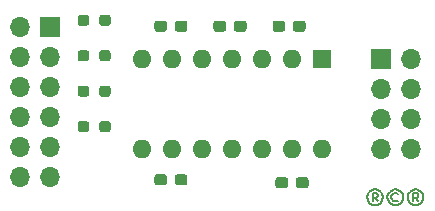
<source format=gbr>
G04 #@! TF.GenerationSoftware,KiCad,Pcbnew,5.1.10-1.fc33*
G04 #@! TF.CreationDate,2021-10-10T15:30:15-05:00*
G04 #@! TF.ProjectId,dac_pmod,6461635f-706d-46f6-942e-6b696361645f,A*
G04 #@! TF.SameCoordinates,Original*
G04 #@! TF.FileFunction,Soldermask,Top*
G04 #@! TF.FilePolarity,Negative*
%FSLAX46Y46*%
G04 Gerber Fmt 4.6, Leading zero omitted, Abs format (unit mm)*
G04 Created by KiCad (PCBNEW 5.1.10-1.fc33) date 2021-10-10 15:30:15*
%MOMM*%
%LPD*%
G01*
G04 APERTURE LIST*
%ADD10C,0.150000*%
%ADD11O,1.600000X1.600000*%
%ADD12R,1.600000X1.600000*%
%ADD13O,1.700000X1.700000*%
%ADD14R,1.700000X1.700000*%
G04 APERTURE END LIST*
D10*
X158523809Y-100059523D02*
X158285714Y-99773809D01*
X158095238Y-100059523D02*
X158095238Y-99392857D01*
X158380952Y-99392857D01*
X158476190Y-99440476D01*
X158523809Y-99535714D01*
X158523809Y-99630952D01*
X158476190Y-99726190D01*
X158380952Y-99773809D01*
X158095238Y-99773809D01*
X158285714Y-99059523D02*
X158047619Y-99107142D01*
X157809523Y-99250000D01*
X157666666Y-99488095D01*
X157619047Y-99726190D01*
X157666666Y-99964285D01*
X157809523Y-100202380D01*
X158047619Y-100345238D01*
X158285714Y-100392857D01*
X158523809Y-100345238D01*
X158761904Y-100202380D01*
X158904761Y-99964285D01*
X158952380Y-99726190D01*
X158904761Y-99488095D01*
X158761904Y-99250000D01*
X158523809Y-99107142D01*
X158285714Y-99059523D01*
X160190476Y-99440476D02*
X160095238Y-99392857D01*
X159904761Y-99392857D01*
X159809523Y-99440476D01*
X159714285Y-99535714D01*
X159666666Y-99630952D01*
X159666666Y-99821428D01*
X159714285Y-99916666D01*
X159809523Y-100011904D01*
X159904761Y-100059523D01*
X160095238Y-100059523D01*
X160190476Y-100011904D01*
X160000000Y-99059523D02*
X159761904Y-99107142D01*
X159523809Y-99250000D01*
X159380952Y-99488095D01*
X159333333Y-99726190D01*
X159380952Y-99964285D01*
X159523809Y-100202380D01*
X159761904Y-100345238D01*
X160000000Y-100392857D01*
X160238095Y-100345238D01*
X160476190Y-100202380D01*
X160619047Y-99964285D01*
X160666666Y-99726190D01*
X160619047Y-99488095D01*
X160476190Y-99250000D01*
X160238095Y-99107142D01*
X160000000Y-99059523D01*
X161952380Y-100059523D02*
X161714285Y-99773809D01*
X161523809Y-100059523D02*
X161523809Y-99392857D01*
X161809523Y-99392857D01*
X161904761Y-99440476D01*
X161952380Y-99535714D01*
X161952380Y-99630952D01*
X161904761Y-99726190D01*
X161809523Y-99773809D01*
X161523809Y-99773809D01*
X161714285Y-99059523D02*
X161476190Y-99107142D01*
X161238095Y-99250000D01*
X161095238Y-99488095D01*
X161047619Y-99726190D01*
X161095238Y-99964285D01*
X161238095Y-100202380D01*
X161476190Y-100345238D01*
X161714285Y-100392857D01*
X161952380Y-100345238D01*
X162190476Y-100202380D01*
X162333333Y-99964285D01*
X162380952Y-99726190D01*
X162333333Y-99488095D01*
X162190476Y-99250000D01*
X161952380Y-99107142D01*
X161714285Y-99059523D01*
D11*
X153750000Y-95620000D03*
X138510000Y-88000000D03*
X151210000Y-95620000D03*
X141050000Y-88000000D03*
X148670000Y-95620000D03*
X143590000Y-88000000D03*
X146130000Y-95620000D03*
X146130000Y-88000000D03*
X143590000Y-95620000D03*
X148670000Y-88000000D03*
X141050000Y-95620000D03*
X151210000Y-88000000D03*
X138510000Y-95620000D03*
D12*
X153750000Y-88000000D03*
G36*
G01*
X134075000Y-93512500D02*
X134075000Y-93987500D01*
G75*
G02*
X133837500Y-94225000I-237500J0D01*
G01*
X133337500Y-94225000D01*
G75*
G02*
X133100000Y-93987500I0J237500D01*
G01*
X133100000Y-93512500D01*
G75*
G02*
X133337500Y-93275000I237500J0D01*
G01*
X133837500Y-93275000D01*
G75*
G02*
X134075000Y-93512500I0J-237500D01*
G01*
G37*
G36*
G01*
X135900000Y-93512500D02*
X135900000Y-93987500D01*
G75*
G02*
X135662500Y-94225000I-237500J0D01*
G01*
X135162500Y-94225000D01*
G75*
G02*
X134925000Y-93987500I0J237500D01*
G01*
X134925000Y-93512500D01*
G75*
G02*
X135162500Y-93275000I237500J0D01*
G01*
X135662500Y-93275000D01*
G75*
G02*
X135900000Y-93512500I0J-237500D01*
G01*
G37*
G36*
G01*
X134075000Y-90512500D02*
X134075000Y-90987500D01*
G75*
G02*
X133837500Y-91225000I-237500J0D01*
G01*
X133337500Y-91225000D01*
G75*
G02*
X133100000Y-90987500I0J237500D01*
G01*
X133100000Y-90512500D01*
G75*
G02*
X133337500Y-90275000I237500J0D01*
G01*
X133837500Y-90275000D01*
G75*
G02*
X134075000Y-90512500I0J-237500D01*
G01*
G37*
G36*
G01*
X135900000Y-90512500D02*
X135900000Y-90987500D01*
G75*
G02*
X135662500Y-91225000I-237500J0D01*
G01*
X135162500Y-91225000D01*
G75*
G02*
X134925000Y-90987500I0J237500D01*
G01*
X134925000Y-90512500D01*
G75*
G02*
X135162500Y-90275000I237500J0D01*
G01*
X135662500Y-90275000D01*
G75*
G02*
X135900000Y-90512500I0J-237500D01*
G01*
G37*
G36*
G01*
X134075000Y-87512500D02*
X134075000Y-87987500D01*
G75*
G02*
X133837500Y-88225000I-237500J0D01*
G01*
X133337500Y-88225000D01*
G75*
G02*
X133100000Y-87987500I0J237500D01*
G01*
X133100000Y-87512500D01*
G75*
G02*
X133337500Y-87275000I237500J0D01*
G01*
X133837500Y-87275000D01*
G75*
G02*
X134075000Y-87512500I0J-237500D01*
G01*
G37*
G36*
G01*
X135900000Y-87512500D02*
X135900000Y-87987500D01*
G75*
G02*
X135662500Y-88225000I-237500J0D01*
G01*
X135162500Y-88225000D01*
G75*
G02*
X134925000Y-87987500I0J237500D01*
G01*
X134925000Y-87512500D01*
G75*
G02*
X135162500Y-87275000I237500J0D01*
G01*
X135662500Y-87275000D01*
G75*
G02*
X135900000Y-87512500I0J-237500D01*
G01*
G37*
G36*
G01*
X134075000Y-84512500D02*
X134075000Y-84987500D01*
G75*
G02*
X133837500Y-85225000I-237500J0D01*
G01*
X133337500Y-85225000D01*
G75*
G02*
X133100000Y-84987500I0J237500D01*
G01*
X133100000Y-84512500D01*
G75*
G02*
X133337500Y-84275000I237500J0D01*
G01*
X133837500Y-84275000D01*
G75*
G02*
X134075000Y-84512500I0J-237500D01*
G01*
G37*
G36*
G01*
X135900000Y-84512500D02*
X135900000Y-84987500D01*
G75*
G02*
X135662500Y-85225000I-237500J0D01*
G01*
X135162500Y-85225000D01*
G75*
G02*
X134925000Y-84987500I0J237500D01*
G01*
X134925000Y-84512500D01*
G75*
G02*
X135162500Y-84275000I237500J0D01*
G01*
X135662500Y-84275000D01*
G75*
G02*
X135900000Y-84512500I0J-237500D01*
G01*
G37*
D13*
X161290000Y-95620000D03*
X158750000Y-95620000D03*
X161290000Y-93080000D03*
X158750000Y-93080000D03*
X161290000Y-90540000D03*
X158750000Y-90540000D03*
X161290000Y-88000000D03*
D14*
X158750000Y-88000000D03*
G36*
G01*
X140675000Y-98012500D02*
X140675000Y-98487500D01*
G75*
G02*
X140437500Y-98725000I-237500J0D01*
G01*
X139837500Y-98725000D01*
G75*
G02*
X139600000Y-98487500I0J237500D01*
G01*
X139600000Y-98012500D01*
G75*
G02*
X139837500Y-97775000I237500J0D01*
G01*
X140437500Y-97775000D01*
G75*
G02*
X140675000Y-98012500I0J-237500D01*
G01*
G37*
G36*
G01*
X142400000Y-98012500D02*
X142400000Y-98487500D01*
G75*
G02*
X142162500Y-98725000I-237500J0D01*
G01*
X141562500Y-98725000D01*
G75*
G02*
X141325000Y-98487500I0J237500D01*
G01*
X141325000Y-98012500D01*
G75*
G02*
X141562500Y-97775000I237500J0D01*
G01*
X142162500Y-97775000D01*
G75*
G02*
X142400000Y-98012500I0J-237500D01*
G01*
G37*
G36*
G01*
X151575000Y-98737500D02*
X151575000Y-98262500D01*
G75*
G02*
X151812500Y-98025000I237500J0D01*
G01*
X152412500Y-98025000D01*
G75*
G02*
X152650000Y-98262500I0J-237500D01*
G01*
X152650000Y-98737500D01*
G75*
G02*
X152412500Y-98975000I-237500J0D01*
G01*
X151812500Y-98975000D01*
G75*
G02*
X151575000Y-98737500I0J237500D01*
G01*
G37*
G36*
G01*
X149850000Y-98737500D02*
X149850000Y-98262500D01*
G75*
G02*
X150087500Y-98025000I237500J0D01*
G01*
X150687500Y-98025000D01*
G75*
G02*
X150925000Y-98262500I0J-237500D01*
G01*
X150925000Y-98737500D01*
G75*
G02*
X150687500Y-98975000I-237500J0D01*
G01*
X150087500Y-98975000D01*
G75*
G02*
X149850000Y-98737500I0J237500D01*
G01*
G37*
G36*
G01*
X151325000Y-85487500D02*
X151325000Y-85012500D01*
G75*
G02*
X151562500Y-84775000I237500J0D01*
G01*
X152162500Y-84775000D01*
G75*
G02*
X152400000Y-85012500I0J-237500D01*
G01*
X152400000Y-85487500D01*
G75*
G02*
X152162500Y-85725000I-237500J0D01*
G01*
X151562500Y-85725000D01*
G75*
G02*
X151325000Y-85487500I0J237500D01*
G01*
G37*
G36*
G01*
X149600000Y-85487500D02*
X149600000Y-85012500D01*
G75*
G02*
X149837500Y-84775000I237500J0D01*
G01*
X150437500Y-84775000D01*
G75*
G02*
X150675000Y-85012500I0J-237500D01*
G01*
X150675000Y-85487500D01*
G75*
G02*
X150437500Y-85725000I-237500J0D01*
G01*
X149837500Y-85725000D01*
G75*
G02*
X149600000Y-85487500I0J237500D01*
G01*
G37*
G36*
G01*
X140675000Y-85012500D02*
X140675000Y-85487500D01*
G75*
G02*
X140437500Y-85725000I-237500J0D01*
G01*
X139837500Y-85725000D01*
G75*
G02*
X139600000Y-85487500I0J237500D01*
G01*
X139600000Y-85012500D01*
G75*
G02*
X139837500Y-84775000I237500J0D01*
G01*
X140437500Y-84775000D01*
G75*
G02*
X140675000Y-85012500I0J-237500D01*
G01*
G37*
G36*
G01*
X142400000Y-85012500D02*
X142400000Y-85487500D01*
G75*
G02*
X142162500Y-85725000I-237500J0D01*
G01*
X141562500Y-85725000D01*
G75*
G02*
X141325000Y-85487500I0J237500D01*
G01*
X141325000Y-85012500D01*
G75*
G02*
X141562500Y-84775000I237500J0D01*
G01*
X142162500Y-84775000D01*
G75*
G02*
X142400000Y-85012500I0J-237500D01*
G01*
G37*
G36*
G01*
X146325000Y-85487500D02*
X146325000Y-85012500D01*
G75*
G02*
X146562500Y-84775000I237500J0D01*
G01*
X147162500Y-84775000D01*
G75*
G02*
X147400000Y-85012500I0J-237500D01*
G01*
X147400000Y-85487500D01*
G75*
G02*
X147162500Y-85725000I-237500J0D01*
G01*
X146562500Y-85725000D01*
G75*
G02*
X146325000Y-85487500I0J237500D01*
G01*
G37*
G36*
G01*
X144600000Y-85487500D02*
X144600000Y-85012500D01*
G75*
G02*
X144837500Y-84775000I237500J0D01*
G01*
X145437500Y-84775000D01*
G75*
G02*
X145675000Y-85012500I0J-237500D01*
G01*
X145675000Y-85487500D01*
G75*
G02*
X145437500Y-85725000I-237500J0D01*
G01*
X144837500Y-85725000D01*
G75*
G02*
X144600000Y-85487500I0J237500D01*
G01*
G37*
D13*
X128255000Y-98005000D03*
X130795000Y-98005000D03*
X128255000Y-95465000D03*
X130795000Y-95465000D03*
X128255000Y-92925000D03*
X130795000Y-92925000D03*
X128255000Y-90385000D03*
X130795000Y-90385000D03*
X128255000Y-87845000D03*
X130795000Y-87845000D03*
X128255000Y-85305000D03*
D14*
X130795000Y-85305000D03*
M02*

</source>
